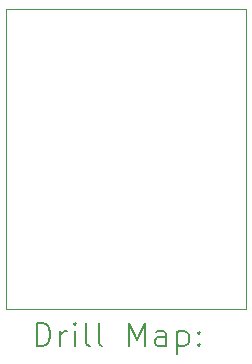
<source format=gbr>
%TF.GenerationSoftware,KiCad,Pcbnew,9.0.6*%
%TF.CreationDate,2026-01-02T23:11:17-06:00*%
%TF.ProjectId,DHVQFN-16_4.15x3.65_P0.5,44485651-464e-42d3-9136-5f342e313578,rev?*%
%TF.SameCoordinates,Original*%
%TF.FileFunction,Drillmap*%
%TF.FilePolarity,Positive*%
%FSLAX45Y45*%
G04 Gerber Fmt 4.5, Leading zero omitted, Abs format (unit mm)*
G04 Created by KiCad (PCBNEW 9.0.6) date 2026-01-02 23:11:17*
%MOMM*%
%LPD*%
G01*
G04 APERTURE LIST*
%ADD10C,0.050000*%
%ADD11C,0.200000*%
G04 APERTURE END LIST*
D10*
X12293600Y-9851527D02*
X14325600Y-9851527D01*
X14325600Y-12391527D01*
X12293600Y-12391527D01*
X12293600Y-9851527D01*
D11*
X12551877Y-12705511D02*
X12551877Y-12505511D01*
X12551877Y-12505511D02*
X12599496Y-12505511D01*
X12599496Y-12505511D02*
X12628067Y-12515035D01*
X12628067Y-12515035D02*
X12647115Y-12534083D01*
X12647115Y-12534083D02*
X12656639Y-12553130D01*
X12656639Y-12553130D02*
X12666162Y-12591225D01*
X12666162Y-12591225D02*
X12666162Y-12619797D01*
X12666162Y-12619797D02*
X12656639Y-12657892D01*
X12656639Y-12657892D02*
X12647115Y-12676940D01*
X12647115Y-12676940D02*
X12628067Y-12695987D01*
X12628067Y-12695987D02*
X12599496Y-12705511D01*
X12599496Y-12705511D02*
X12551877Y-12705511D01*
X12751877Y-12705511D02*
X12751877Y-12572178D01*
X12751877Y-12610273D02*
X12761401Y-12591225D01*
X12761401Y-12591225D02*
X12770924Y-12581702D01*
X12770924Y-12581702D02*
X12789972Y-12572178D01*
X12789972Y-12572178D02*
X12809020Y-12572178D01*
X12875686Y-12705511D02*
X12875686Y-12572178D01*
X12875686Y-12505511D02*
X12866162Y-12515035D01*
X12866162Y-12515035D02*
X12875686Y-12524559D01*
X12875686Y-12524559D02*
X12885210Y-12515035D01*
X12885210Y-12515035D02*
X12875686Y-12505511D01*
X12875686Y-12505511D02*
X12875686Y-12524559D01*
X12999496Y-12705511D02*
X12980448Y-12695987D01*
X12980448Y-12695987D02*
X12970924Y-12676940D01*
X12970924Y-12676940D02*
X12970924Y-12505511D01*
X13104258Y-12705511D02*
X13085210Y-12695987D01*
X13085210Y-12695987D02*
X13075686Y-12676940D01*
X13075686Y-12676940D02*
X13075686Y-12505511D01*
X13332829Y-12705511D02*
X13332829Y-12505511D01*
X13332829Y-12505511D02*
X13399496Y-12648368D01*
X13399496Y-12648368D02*
X13466162Y-12505511D01*
X13466162Y-12505511D02*
X13466162Y-12705511D01*
X13647115Y-12705511D02*
X13647115Y-12600749D01*
X13647115Y-12600749D02*
X13637591Y-12581702D01*
X13637591Y-12581702D02*
X13618543Y-12572178D01*
X13618543Y-12572178D02*
X13580448Y-12572178D01*
X13580448Y-12572178D02*
X13561401Y-12581702D01*
X13647115Y-12695987D02*
X13628067Y-12705511D01*
X13628067Y-12705511D02*
X13580448Y-12705511D01*
X13580448Y-12705511D02*
X13561401Y-12695987D01*
X13561401Y-12695987D02*
X13551877Y-12676940D01*
X13551877Y-12676940D02*
X13551877Y-12657892D01*
X13551877Y-12657892D02*
X13561401Y-12638844D01*
X13561401Y-12638844D02*
X13580448Y-12629321D01*
X13580448Y-12629321D02*
X13628067Y-12629321D01*
X13628067Y-12629321D02*
X13647115Y-12619797D01*
X13742353Y-12572178D02*
X13742353Y-12772178D01*
X13742353Y-12581702D02*
X13761401Y-12572178D01*
X13761401Y-12572178D02*
X13799496Y-12572178D01*
X13799496Y-12572178D02*
X13818543Y-12581702D01*
X13818543Y-12581702D02*
X13828067Y-12591225D01*
X13828067Y-12591225D02*
X13837591Y-12610273D01*
X13837591Y-12610273D02*
X13837591Y-12667416D01*
X13837591Y-12667416D02*
X13828067Y-12686463D01*
X13828067Y-12686463D02*
X13818543Y-12695987D01*
X13818543Y-12695987D02*
X13799496Y-12705511D01*
X13799496Y-12705511D02*
X13761401Y-12705511D01*
X13761401Y-12705511D02*
X13742353Y-12695987D01*
X13923305Y-12686463D02*
X13932829Y-12695987D01*
X13932829Y-12695987D02*
X13923305Y-12705511D01*
X13923305Y-12705511D02*
X13913782Y-12695987D01*
X13913782Y-12695987D02*
X13923305Y-12686463D01*
X13923305Y-12686463D02*
X13923305Y-12705511D01*
X13923305Y-12581702D02*
X13932829Y-12591225D01*
X13932829Y-12591225D02*
X13923305Y-12600749D01*
X13923305Y-12600749D02*
X13913782Y-12591225D01*
X13913782Y-12591225D02*
X13923305Y-12581702D01*
X13923305Y-12581702D02*
X13923305Y-12600749D01*
M02*

</source>
